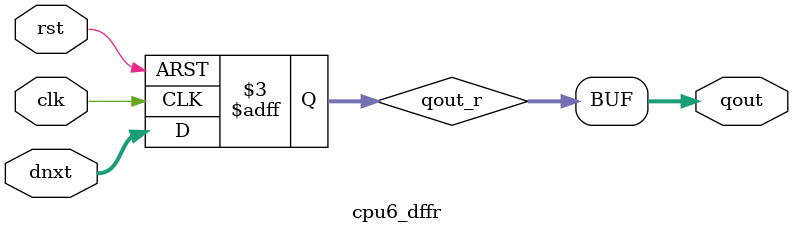
<source format=v>
`include "defines.v"

`timescale 1 ns / 1 ns

// Verilog module DFF with Load-enable, no reset	

module cpu6_dffl # ( parameter DW = 32) (
	input  lden,
	input  [DW-1:0] dnxt,
	output [DW-1:0] qout,
	input  clk
);
	reg [DW-1:0] qout_r;
	
	always @(posedge clk)
	begin : dffl_proc
		if (lden == 1'b1)
			qout_r <= #1 dnxt;
	end
	
	assign qout = qout_r;

endmodule

module cpu6_dfflr # ( parameter DW = 32) (
	input  lden,
	input  [DW-1:0] dnxt,
	output [DW-1:0] qout,
	input  clk,
	input  rst
);
	reg [DW-1:0] qout_r;
	
	always @(posedge clk or posedge rst)
	begin : dffl_proc
		if (rst == 1'b1)
			qout_r <= {DW{1'b0}};
		else if (lden == 1'b1)
			qout_r <= #1 dnxt;
	end
	
	assign qout = qout_r;

endmodule

module cpu6_2x_dfflr # ( parameter DW = 32) (
	input  lden,
	input  [DW-1:0] dnxt,
	output [DW-1:0] qout,
	input  clk,
	input  rst
);
        reg [DW-1:0] prev_qout_r;
	reg [DW-1:0] qout_r;
	
	always @(posedge clk or posedge rst)
	begin : dffl_proc
		if (rst == 1'b1)
		begin
		        prev_qout_r <= {DW{1'b0}};
			qout_r <= {DW{1'b0}};
		end   
		else if (lden == 1'b1)
		begin
		        prev_qout_r <= #1 qout_r;
			qout_r <= #1 dnxt;
		end
	        else
		        prev_qout_r <= #1 qout_r;	
	end
	
	assign qout = prev_qout_r;

endmodule // cpu6_2x_dfflr

module cpu6_dffr # (parameter DW = 32) (
	input  [DW-1:0] dnxt,
	output [DW-1:0] qout,
	
	input  clk,
	input  rst
);

reg [DW-1:0] qout_r;

always @(posedge clk or posedge rst)
begin : DFFR_PROC
	if (rst == 1'b1)
		qout_r <= {DW{1'b0}};
	else
		qout_r <= #1 dnxt;
end

assign qout = qout_r;

endmodule

</source>
